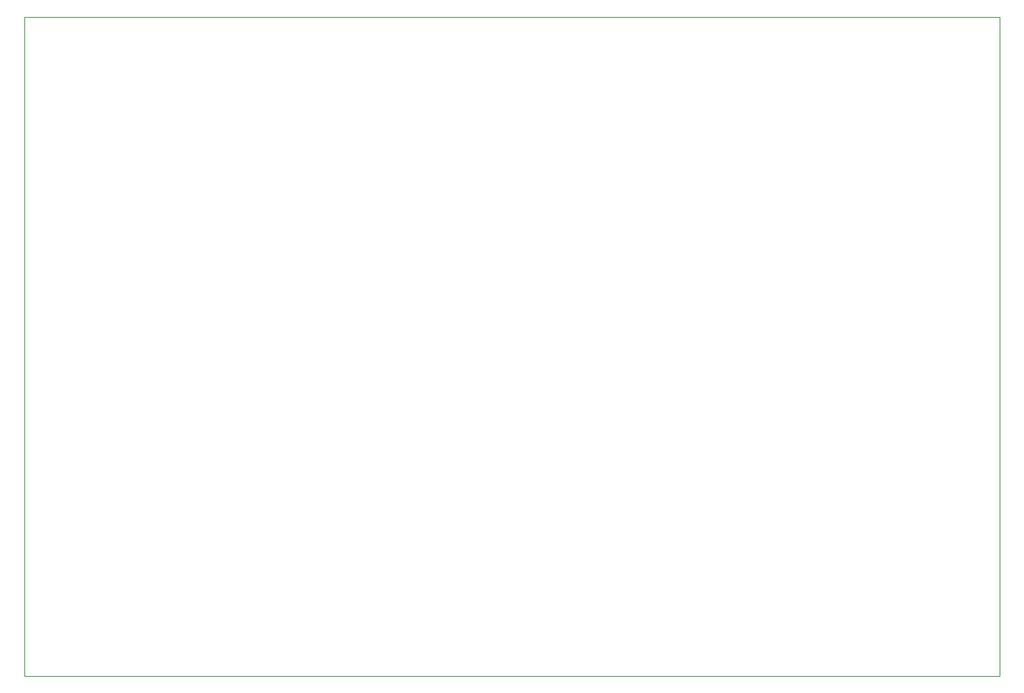
<source format=gbr>
%TF.GenerationSoftware,KiCad,Pcbnew,(5.1.10)-1*%
%TF.CreationDate,2021-10-01T01:08:29-04:00*%
%TF.ProjectId,regulator,72656775-6c61-4746-9f72-2e6b69636164,rev?*%
%TF.SameCoordinates,Original*%
%TF.FileFunction,Profile,NP*%
%FSLAX46Y46*%
G04 Gerber Fmt 4.6, Leading zero omitted, Abs format (unit mm)*
G04 Created by KiCad (PCBNEW (5.1.10)-1) date 2021-10-01 01:08:29*
%MOMM*%
%LPD*%
G01*
G04 APERTURE LIST*
%TA.AperFunction,Profile*%
%ADD10C,0.050000*%
%TD*%
G04 APERTURE END LIST*
D10*
X107950000Y-157480000D02*
X107950000Y-81915000D01*
X219710000Y-157480000D02*
X107950000Y-157480000D01*
X219710000Y-81915000D02*
X219710000Y-157480000D01*
X107950000Y-81915000D02*
X219710000Y-81915000D01*
M02*

</source>
